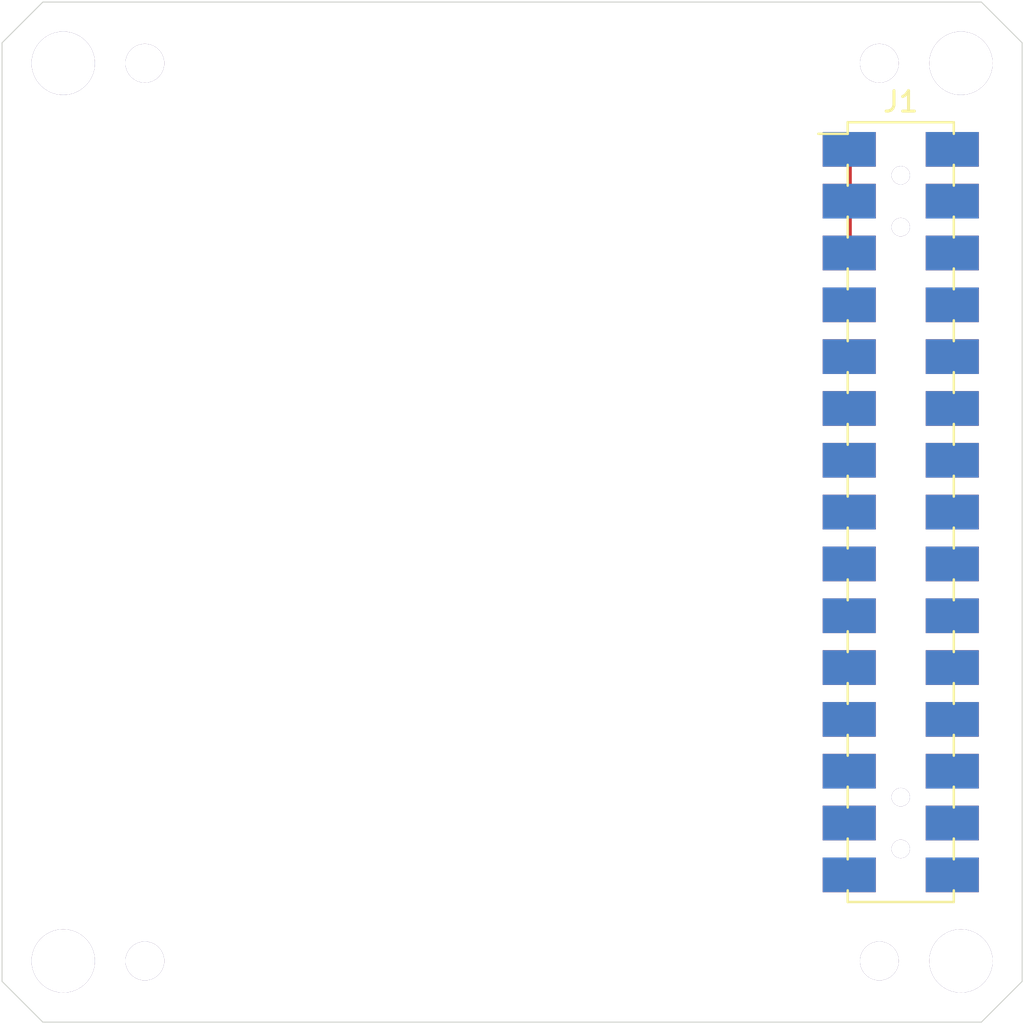
<source format=kicad_pcb>
(kicad_pcb (version 20171130) (host pcbnew "(5.1.6)-1")

  (general
    (thickness 1.6)
    (drawings 70)
    (tracks 2)
    (zones 0)
    (modules 13)
    (nets 29)
  )

  (page USLetter portrait)
  (layers
    (0 F.Cu signal)
    (31 B.Cu signal)
    (32 B.Adhes user hide)
    (33 F.Adhes user)
    (34 B.Paste user hide)
    (35 F.Paste user hide)
    (36 B.SilkS user hide)
    (37 F.SilkS user)
    (38 B.Mask user hide)
    (39 F.Mask user hide)
    (40 Dwgs.User user hide)
    (41 Cmts.User user hide)
    (42 Eco1.User user hide)
    (43 Eco2.User user hide)
    (44 Edge.Cuts user)
    (45 Margin user)
    (46 B.CrtYd user hide)
    (47 F.CrtYd user hide)
    (48 B.Fab user hide)
    (49 F.Fab user hide)
  )

  (setup
    (last_trace_width 0.25)
    (trace_clearance 0.127)
    (zone_clearance 0.0144)
    (zone_45_only no)
    (trace_min 0.254)
    (via_size 0.889)
    (via_drill 0.635)
    (via_min_size 0.889)
    (via_min_drill 0.508)
    (uvia_size 0.508)
    (uvia_drill 0.127)
    (uvias_allowed no)
    (uvia_min_size 0.508)
    (uvia_min_drill 0.127)
    (edge_width 0.1)
    (segment_width 0.2)
    (pcb_text_width 0.3)
    (pcb_text_size 1.5 1.5)
    (mod_edge_width 0.15)
    (mod_text_size 1 1)
    (mod_text_width 0.15)
    (pad_size 1.5 1.5)
    (pad_drill 0.6)
    (pad_to_mask_clearance 0.1)
    (aux_axis_origin 0 0)
    (visible_elements 7FFFFF7F)
    (pcbplotparams
      (layerselection 0x00030_ffffffff)
      (usegerberextensions false)
      (usegerberattributes true)
      (usegerberadvancedattributes true)
      (creategerberjobfile true)
      (excludeedgelayer true)
      (linewidth 0.100000)
      (plotframeref false)
      (viasonmask false)
      (mode 1)
      (useauxorigin false)
      (hpglpennumber 1)
      (hpglpenspeed 20)
      (hpglpendiameter 15.000000)
      (psnegative false)
      (psa4output false)
      (plotreference true)
      (plotvalue true)
      (plotinvisibletext false)
      (padsonsilk false)
      (subtractmaskfromsilk false)
      (outputformat 1)
      (mirror false)
      (drillshape 0)
      (scaleselection 1)
      (outputdirectory "GerberOutput/"))
  )

  (net 0 "")
  (net 1 GND)
  (net 2 "Net-(J1-Pad2)")
  (net 3 "Net-(J1-Pad4)")
  (net 4 "Net-(J1-Pad8)")
  (net 5 "Net-(J1-Pad7)")
  (net 6 "Net-(J1-Pad6)")
  (net 7 "Net-(J1-Pad14)")
  (net 8 "Net-(J1-Pad13)")
  (net 9 "Net-(J1-Pad16)")
  (net 10 "Net-(J1-Pad15)")
  (net 11 +3V3)
  (net 12 "Net-(J1-Pad11)")
  (net 13 "Net-(J1-Pad10)")
  (net 14 "Net-(J1-Pad9)")
  (net 15 "Net-(J1-Pad26)")
  (net 16 "Net-(J1-Pad25)")
  (net 17 "Net-(J1-Pad27)")
  (net 18 "Net-(J1-Pad22)")
  (net 19 "Net-(J1-Pad30)")
  (net 20 "Net-(J1-Pad21)")
  (net 21 "Net-(J1-Pad24)")
  (net 22 +5V)
  (net 23 "Net-(J1-Pad29)")
  (net 24 "Net-(J1-Pad23)")
  (net 25 "Net-(J1-Pad20)")
  (net 26 "Net-(J1-Pad19)")
  (net 27 "Net-(J1-Pad18)")
  (net 28 "Net-(J1-Pad17)")

  (net_class Default "This is the default net class."
    (clearance 0.127)
    (trace_width 0.25)
    (via_dia 0.889)
    (via_drill 0.635)
    (uvia_dia 0.508)
    (uvia_drill 0.127)
    (add_net +3V3)
    (add_net +5V)
    (add_net GND)
    (add_net "Net-(J1-Pad10)")
    (add_net "Net-(J1-Pad11)")
    (add_net "Net-(J1-Pad13)")
    (add_net "Net-(J1-Pad14)")
    (add_net "Net-(J1-Pad15)")
    (add_net "Net-(J1-Pad16)")
    (add_net "Net-(J1-Pad17)")
    (add_net "Net-(J1-Pad18)")
    (add_net "Net-(J1-Pad19)")
    (add_net "Net-(J1-Pad2)")
    (add_net "Net-(J1-Pad20)")
    (add_net "Net-(J1-Pad21)")
    (add_net "Net-(J1-Pad22)")
    (add_net "Net-(J1-Pad23)")
    (add_net "Net-(J1-Pad24)")
    (add_net "Net-(J1-Pad25)")
    (add_net "Net-(J1-Pad26)")
    (add_net "Net-(J1-Pad27)")
    (add_net "Net-(J1-Pad29)")
    (add_net "Net-(J1-Pad30)")
    (add_net "Net-(J1-Pad4)")
    (add_net "Net-(J1-Pad6)")
    (add_net "Net-(J1-Pad7)")
    (add_net "Net-(J1-Pad8)")
    (add_net "Net-(J1-Pad9)")
  )

  (module lib:M5Stack_PinHeader_2x15_P2.54mm (layer F.Cu) (tedit 60199C94) (tstamp 601A91C6)
    (at -1.948 -33.998)
    (descr "surface-mounted straight pin header, 2x15, 2.54mm pitch, double rows")
    (tags "Surface mounted pin header SMD 2x15 2.54mm double row")
    (path /60196CD0)
    (attr smd)
    (fp_text reference J1 (at 0 -20.11) (layer F.SilkS)
      (effects (font (size 1 1) (thickness 0.15)))
    )
    (fp_text value Conn_02x15_Odd_Even (at 0 20.11) (layer F.Fab)
      (effects (font (size 1 1) (thickness 0.15)))
    )
    (fp_line (start 5.9 -19.6) (end -5.9 -19.6) (layer F.CrtYd) (width 0.05))
    (fp_line (start 5.9 19.6) (end 5.9 -19.6) (layer F.CrtYd) (width 0.05))
    (fp_line (start -5.9 19.6) (end 5.9 19.6) (layer F.CrtYd) (width 0.05))
    (fp_line (start -5.9 -19.6) (end -5.9 19.6) (layer F.CrtYd) (width 0.05))
    (fp_line (start 2.6 16) (end 2.6 17.02) (layer F.SilkS) (width 0.12))
    (fp_line (start -2.6 16) (end -2.6 17.02) (layer F.SilkS) (width 0.12))
    (fp_line (start 2.6 13.46) (end 2.6 14.48) (layer F.SilkS) (width 0.12))
    (fp_line (start -2.6 13.46) (end -2.6 14.48) (layer F.SilkS) (width 0.12))
    (fp_line (start 2.6 10.92) (end 2.6 11.94) (layer F.SilkS) (width 0.12))
    (fp_line (start -2.6 10.92) (end -2.6 11.94) (layer F.SilkS) (width 0.12))
    (fp_line (start 2.6 8.38) (end 2.6 9.4) (layer F.SilkS) (width 0.12))
    (fp_line (start -2.6 8.38) (end -2.6 9.4) (layer F.SilkS) (width 0.12))
    (fp_line (start 2.6 5.84) (end 2.6 6.86) (layer F.SilkS) (width 0.12))
    (fp_line (start -2.6 5.84) (end -2.6 6.86) (layer F.SilkS) (width 0.12))
    (fp_line (start 2.6 3.3) (end 2.6 4.32) (layer F.SilkS) (width 0.12))
    (fp_line (start -2.6 3.3) (end -2.6 4.32) (layer F.SilkS) (width 0.12))
    (fp_line (start 2.6 0.76) (end 2.6 1.78) (layer F.SilkS) (width 0.12))
    (fp_line (start -2.6 0.76) (end -2.6 1.78) (layer F.SilkS) (width 0.12))
    (fp_line (start 2.6 -1.78) (end 2.6 -0.76) (layer F.SilkS) (width 0.12))
    (fp_line (start -2.6 -1.78) (end -2.6 -0.76) (layer F.SilkS) (width 0.12))
    (fp_line (start 2.6 -4.32) (end 2.6 -3.3) (layer F.SilkS) (width 0.12))
    (fp_line (start -2.6 -4.32) (end -2.6 -3.3) (layer F.SilkS) (width 0.12))
    (fp_line (start 2.6 -6.86) (end 2.6 -5.84) (layer F.SilkS) (width 0.12))
    (fp_line (start -2.6 -6.86) (end -2.6 -5.84) (layer F.SilkS) (width 0.12))
    (fp_line (start 2.6 -9.4) (end 2.6 -8.38) (layer F.SilkS) (width 0.12))
    (fp_line (start -2.6 -9.4) (end -2.6 -8.38) (layer F.SilkS) (width 0.12))
    (fp_line (start 2.6 -11.94) (end 2.6 -10.92) (layer F.SilkS) (width 0.12))
    (fp_line (start -2.6 -11.94) (end -2.6 -10.92) (layer F.SilkS) (width 0.12))
    (fp_line (start 2.6 -14.48) (end 2.6 -13.46) (layer F.SilkS) (width 0.12))
    (fp_line (start -2.6 -14.48) (end -2.6 -13.46) (layer F.SilkS) (width 0.12))
    (fp_line (start 2.6 -17.02) (end 2.6 -16) (layer F.SilkS) (width 0.12))
    (fp_line (start -2.6 -17.02) (end -2.6 -16) (layer F.SilkS) (width 0.12))
    (fp_line (start 2.6 18.54) (end 2.6 19.11) (layer F.SilkS) (width 0.12))
    (fp_line (start -2.6 18.54) (end -2.6 19.11) (layer F.SilkS) (width 0.12))
    (fp_line (start 2.6 -19.11) (end 2.6 -18.54) (layer F.SilkS) (width 0.12))
    (fp_line (start -2.6 -19.11) (end -2.6 -18.54) (layer F.SilkS) (width 0.12))
    (fp_line (start -4.04 -18.54) (end -2.6 -18.54) (layer F.SilkS) (width 0.12))
    (fp_line (start -2.6 19.11) (end 2.6 19.11) (layer F.SilkS) (width 0.12))
    (fp_line (start -2.6 -19.11) (end 2.6 -19.11) (layer F.SilkS) (width 0.12))
    (fp_line (start 3.6 18.1) (end 2.54 18.1) (layer F.Fab) (width 0.1))
    (fp_line (start 3.6 17.46) (end 3.6 18.1) (layer F.Fab) (width 0.1))
    (fp_line (start 2.54 17.46) (end 3.6 17.46) (layer F.Fab) (width 0.1))
    (fp_line (start -3.6 18.1) (end -2.54 18.1) (layer F.Fab) (width 0.1))
    (fp_line (start -3.6 17.46) (end -3.6 18.1) (layer F.Fab) (width 0.1))
    (fp_line (start -2.54 17.46) (end -3.6 17.46) (layer F.Fab) (width 0.1))
    (fp_line (start 3.6 15.56) (end 2.54 15.56) (layer F.Fab) (width 0.1))
    (fp_line (start 3.6 14.92) (end 3.6 15.56) (layer F.Fab) (width 0.1))
    (fp_line (start 2.54 14.92) (end 3.6 14.92) (layer F.Fab) (width 0.1))
    (fp_line (start -3.6 15.56) (end -2.54 15.56) (layer F.Fab) (width 0.1))
    (fp_line (start -3.6 14.92) (end -3.6 15.56) (layer F.Fab) (width 0.1))
    (fp_line (start -2.54 14.92) (end -3.6 14.92) (layer F.Fab) (width 0.1))
    (fp_line (start 3.6 13.02) (end 2.54 13.02) (layer F.Fab) (width 0.1))
    (fp_line (start 3.6 12.38) (end 3.6 13.02) (layer F.Fab) (width 0.1))
    (fp_line (start 2.54 12.38) (end 3.6 12.38) (layer F.Fab) (width 0.1))
    (fp_line (start -3.6 13.02) (end -2.54 13.02) (layer F.Fab) (width 0.1))
    (fp_line (start -3.6 12.38) (end -3.6 13.02) (layer F.Fab) (width 0.1))
    (fp_line (start -2.54 12.38) (end -3.6 12.38) (layer F.Fab) (width 0.1))
    (fp_line (start 3.6 10.48) (end 2.54 10.48) (layer F.Fab) (width 0.1))
    (fp_line (start 3.6 9.84) (end 3.6 10.48) (layer F.Fab) (width 0.1))
    (fp_line (start 2.54 9.84) (end 3.6 9.84) (layer F.Fab) (width 0.1))
    (fp_line (start -3.6 10.48) (end -2.54 10.48) (layer F.Fab) (width 0.1))
    (fp_line (start -3.6 9.84) (end -3.6 10.48) (layer F.Fab) (width 0.1))
    (fp_line (start -2.54 9.84) (end -3.6 9.84) (layer F.Fab) (width 0.1))
    (fp_line (start 3.6 7.94) (end 2.54 7.94) (layer F.Fab) (width 0.1))
    (fp_line (start 3.6 7.3) (end 3.6 7.94) (layer F.Fab) (width 0.1))
    (fp_line (start 2.54 7.3) (end 3.6 7.3) (layer F.Fab) (width 0.1))
    (fp_line (start -3.6 7.94) (end -2.54 7.94) (layer F.Fab) (width 0.1))
    (fp_line (start -3.6 7.3) (end -3.6 7.94) (layer F.Fab) (width 0.1))
    (fp_line (start -2.54 7.3) (end -3.6 7.3) (layer F.Fab) (width 0.1))
    (fp_line (start 3.6 5.4) (end 2.54 5.4) (layer F.Fab) (width 0.1))
    (fp_line (start 3.6 4.76) (end 3.6 5.4) (layer F.Fab) (width 0.1))
    (fp_line (start 2.54 4.76) (end 3.6 4.76) (layer F.Fab) (width 0.1))
    (fp_line (start -3.6 5.4) (end -2.54 5.4) (layer F.Fab) (width 0.1))
    (fp_line (start -3.6 4.76) (end -3.6 5.4) (layer F.Fab) (width 0.1))
    (fp_line (start -2.54 4.76) (end -3.6 4.76) (layer F.Fab) (width 0.1))
    (fp_line (start 3.6 2.86) (end 2.54 2.86) (layer F.Fab) (width 0.1))
    (fp_line (start 3.6 2.22) (end 3.6 2.86) (layer F.Fab) (width 0.1))
    (fp_line (start 2.54 2.22) (end 3.6 2.22) (layer F.Fab) (width 0.1))
    (fp_line (start -3.6 2.86) (end -2.54 2.86) (layer F.Fab) (width 0.1))
    (fp_line (start -3.6 2.22) (end -3.6 2.86) (layer F.Fab) (width 0.1))
    (fp_line (start -2.54 2.22) (end -3.6 2.22) (layer F.Fab) (width 0.1))
    (fp_line (start 3.6 0.32) (end 2.54 0.32) (layer F.Fab) (width 0.1))
    (fp_line (start 3.6 -0.32) (end 3.6 0.32) (layer F.Fab) (width 0.1))
    (fp_line (start 2.54 -0.32) (end 3.6 -0.32) (layer F.Fab) (width 0.1))
    (fp_line (start -3.6 0.32) (end -2.54 0.32) (layer F.Fab) (width 0.1))
    (fp_line (start -3.6 -0.32) (end -3.6 0.32) (layer F.Fab) (width 0.1))
    (fp_line (start -2.54 -0.32) (end -3.6 -0.32) (layer F.Fab) (width 0.1))
    (fp_line (start 3.6 -2.22) (end 2.54 -2.22) (layer F.Fab) (width 0.1))
    (fp_line (start 3.6 -2.86) (end 3.6 -2.22) (layer F.Fab) (width 0.1))
    (fp_line (start 2.54 -2.86) (end 3.6 -2.86) (layer F.Fab) (width 0.1))
    (fp_line (start -3.6 -2.22) (end -2.54 -2.22) (layer F.Fab) (width 0.1))
    (fp_line (start -3.6 -2.86) (end -3.6 -2.22) (layer F.Fab) (width 0.1))
    (fp_line (start -2.54 -2.86) (end -3.6 -2.86) (layer F.Fab) (width 0.1))
    (fp_line (start 3.6 -4.76) (end 2.54 -4.76) (layer F.Fab) (width 0.1))
    (fp_line (start 3.6 -5.4) (end 3.6 -4.76) (layer F.Fab) (width 0.1))
    (fp_line (start 2.54 -5.4) (end 3.6 -5.4) (layer F.Fab) (width 0.1))
    (fp_line (start -3.6 -4.76) (end -2.54 -4.76) (layer F.Fab) (width 0.1))
    (fp_line (start -3.6 -5.4) (end -3.6 -4.76) (layer F.Fab) (width 0.1))
    (fp_line (start -2.54 -5.4) (end -3.6 -5.4) (layer F.Fab) (width 0.1))
    (fp_line (start 3.6 -7.3) (end 2.54 -7.3) (layer F.Fab) (width 0.1))
    (fp_line (start 3.6 -7.94) (end 3.6 -7.3) (layer F.Fab) (width 0.1))
    (fp_line (start 2.54 -7.94) (end 3.6 -7.94) (layer F.Fab) (width 0.1))
    (fp_line (start -3.6 -7.3) (end -2.54 -7.3) (layer F.Fab) (width 0.1))
    (fp_line (start -3.6 -7.94) (end -3.6 -7.3) (layer F.Fab) (width 0.1))
    (fp_line (start -2.54 -7.94) (end -3.6 -7.94) (layer F.Fab) (width 0.1))
    (fp_line (start 3.6 -9.84) (end 2.54 -9.84) (layer F.Fab) (width 0.1))
    (fp_line (start 3.6 -10.48) (end 3.6 -9.84) (layer F.Fab) (width 0.1))
    (fp_line (start 2.54 -10.48) (end 3.6 -10.48) (layer F.Fab) (width 0.1))
    (fp_line (start -3.6 -9.84) (end -2.54 -9.84) (layer F.Fab) (width 0.1))
    (fp_line (start -3.6 -10.48) (end -3.6 -9.84) (layer F.Fab) (width 0.1))
    (fp_line (start -2.54 -10.48) (end -3.6 -10.48) (layer F.Fab) (width 0.1))
    (fp_line (start 3.6 -12.38) (end 2.54 -12.38) (layer F.Fab) (width 0.1))
    (fp_line (start 3.6 -13.02) (end 3.6 -12.38) (layer F.Fab) (width 0.1))
    (fp_line (start 2.54 -13.02) (end 3.6 -13.02) (layer F.Fab) (width 0.1))
    (fp_line (start -3.6 -12.38) (end -2.54 -12.38) (layer F.Fab) (width 0.1))
    (fp_line (start -3.6 -13.02) (end -3.6 -12.38) (layer F.Fab) (width 0.1))
    (fp_line (start -2.54 -13.02) (end -3.6 -13.02) (layer F.Fab) (width 0.1))
    (fp_line (start 3.6 -14.92) (end 2.54 -14.92) (layer F.Fab) (width 0.1))
    (fp_line (start 3.6 -15.56) (end 3.6 -14.92) (layer F.Fab) (width 0.1))
    (fp_line (start 2.54 -15.56) (end 3.6 -15.56) (layer F.Fab) (width 0.1))
    (fp_line (start -3.6 -14.92) (end -2.54 -14.92) (layer F.Fab) (width 0.1))
    (fp_line (start -3.6 -15.56) (end -3.6 -14.92) (layer F.Fab) (width 0.1))
    (fp_line (start -2.54 -15.56) (end -3.6 -15.56) (layer F.Fab) (width 0.1))
    (fp_line (start 3.6 -17.46) (end 2.54 -17.46) (layer F.Fab) (width 0.1))
    (fp_line (start 3.6 -18.1) (end 3.6 -17.46) (layer F.Fab) (width 0.1))
    (fp_line (start 2.54 -18.1) (end 3.6 -18.1) (layer F.Fab) (width 0.1))
    (fp_line (start -3.6 -17.46) (end -2.54 -17.46) (layer F.Fab) (width 0.1))
    (fp_line (start -3.6 -18.1) (end -3.6 -17.46) (layer F.Fab) (width 0.1))
    (fp_line (start -2.54 -18.1) (end -3.6 -18.1) (layer F.Fab) (width 0.1))
    (fp_line (start 2.54 -19.05) (end 2.54 19.05) (layer F.Fab) (width 0.1))
    (fp_line (start -2.54 -18.1) (end -1.59 -19.05) (layer F.Fab) (width 0.1))
    (fp_line (start -2.54 19.05) (end -2.54 -18.1) (layer F.Fab) (width 0.1))
    (fp_line (start -1.59 -19.05) (end 2.54 -19.05) (layer F.Fab) (width 0.1))
    (fp_line (start 2.54 19.05) (end -2.54 19.05) (layer F.Fab) (width 0.1))
    (pad 18 smd rect (at 2.525 2.54) (size 2.6 1.7) (layers F.Cu F.Paste F.Mask)
      (net 27 "Net-(J1-Pad18)"))
    (pad 17 smd rect (at -2.525 2.54) (size 2.6 1.7) (layers B.Cu B.Paste B.Mask)
      (net 28 "Net-(J1-Pad17)"))
    (pad 17 smd rect (at -2.525 2.54) (size 2.6 1.7) (layers F.Cu F.Paste F.Mask)
      (net 28 "Net-(J1-Pad17)"))
    (pad 18 smd rect (at 2.525 2.54) (size 2.6 1.7) (layers B.Cu B.Paste B.Mask)
      (net 27 "Net-(J1-Pad18)"))
    (pad 19 smd rect (at -2.525 5.08) (size 2.6 1.7) (layers F.Cu F.Paste F.Mask)
      (net 26 "Net-(J1-Pad19)"))
    (pad 19 smd rect (at -2.525 5.08) (size 2.6 1.7) (layers B.Cu B.Paste B.Mask)
      (net 26 "Net-(J1-Pad19)"))
    (pad 20 smd rect (at 2.525 5.08) (size 2.6 1.7) (layers F.Cu F.Paste F.Mask)
      (net 25 "Net-(J1-Pad20)"))
    (pad 20 smd rect (at 2.525 5.08) (size 2.6 1.7) (layers B.Cu B.Paste B.Mask)
      (net 25 "Net-(J1-Pad20)"))
    (pad 22 smd rect (at 2.525 7.62) (size 2.6 1.7) (layers B.Cu B.Paste B.Mask)
      (net 18 "Net-(J1-Pad22)"))
    (pad 21 smd rect (at -2.525 7.62) (size 2.6 1.7) (layers F.Cu F.Paste F.Mask)
      (net 20 "Net-(J1-Pad21)"))
    (pad 23 smd rect (at -2.525 10.16) (size 2.6 1.7) (layers B.Cu B.Paste B.Mask)
      (net 24 "Net-(J1-Pad23)"))
    (pad 29 smd rect (at -2.525 17.78) (size 2.6 1.7) (layers B.Cu B.Paste B.Mask)
      (net 23 "Net-(J1-Pad29)"))
    (pad 30 smd rect (at 2.525 17.78) (size 2.6 1.7) (layers B.Cu B.Paste B.Mask)
      (net 19 "Net-(J1-Pad30)"))
    (pad 24 smd rect (at 2.525 10.16) (size 2.6 1.7) (layers F.Cu F.Paste F.Mask)
      (net 21 "Net-(J1-Pad24)"))
    (pad 23 smd rect (at -2.525 10.16) (size 2.6 1.7) (layers F.Cu F.Paste F.Mask)
      (net 24 "Net-(J1-Pad23)"))
    (pad 29 smd rect (at -2.525 17.78) (size 2.6 1.7) (layers F.Cu F.Paste F.Mask)
      (net 23 "Net-(J1-Pad29)"))
    (pad 28 smd rect (at 2.525 15.24) (size 2.6 1.7) (layers B.Cu B.Paste B.Mask)
      (net 22 +5V))
    (pad 28 smd rect (at 2.525 15.24) (size 2.6 1.7) (layers F.Cu F.Paste F.Mask)
      (net 22 +5V))
    (pad 24 smd rect (at 2.525 10.16) (size 2.6 1.7) (layers B.Cu B.Paste B.Mask)
      (net 21 "Net-(J1-Pad24)"))
    (pad 21 smd rect (at -2.525 7.62) (size 2.6 1.7) (layers B.Cu B.Paste B.Mask)
      (net 20 "Net-(J1-Pad21)"))
    (pad 30 smd rect (at 2.525 17.78) (size 2.6 1.7) (layers F.Cu F.Paste F.Mask)
      (net 19 "Net-(J1-Pad30)"))
    (pad 27 smd rect (at -2.525 15.24) (size 2.6 1.7) (layers B.Cu B.Paste B.Mask)
      (net 17 "Net-(J1-Pad27)"))
    (pad 22 smd rect (at 2.525 7.62) (size 2.6 1.7) (layers F.Cu F.Paste F.Mask)
      (net 18 "Net-(J1-Pad22)"))
    (pad 25 smd rect (at -2.525 12.7) (size 2.6 1.7) (layers B.Cu B.Paste B.Mask)
      (net 16 "Net-(J1-Pad25)"))
    (pad 27 smd rect (at -2.525 15.24) (size 2.6 1.7) (layers F.Cu F.Paste F.Mask)
      (net 17 "Net-(J1-Pad27)"))
    (pad 26 smd rect (at 2.525 12.7) (size 2.6 1.7) (layers F.Cu F.Paste F.Mask)
      (net 15 "Net-(J1-Pad26)"))
    (pad 25 smd rect (at -2.525 12.7) (size 2.6 1.7) (layers F.Cu F.Paste F.Mask)
      (net 16 "Net-(J1-Pad25)"))
    (pad 26 smd rect (at 2.525 12.7) (size 2.6 1.7) (layers B.Cu B.Paste B.Mask)
      (net 15 "Net-(J1-Pad26)"))
    (pad 10 smd rect (at 2.525 -7.62) (size 2.6 1.7) (layers F.Cu F.Paste F.Mask)
      (net 13 "Net-(J1-Pad10)"))
    (pad 9 smd rect (at -2.525 -7.62) (size 2.6 1.7) (layers B.Cu B.Paste B.Mask)
      (net 14 "Net-(J1-Pad9)"))
    (pad 9 smd rect (at -2.525 -7.62) (size 2.6 1.7) (layers F.Cu F.Paste F.Mask)
      (net 14 "Net-(J1-Pad9)"))
    (pad 10 smd rect (at 2.525 -7.62) (size 2.6 1.7) (layers B.Cu B.Paste B.Mask)
      (net 13 "Net-(J1-Pad10)"))
    (pad 11 smd rect (at -2.525 -5.08) (size 2.6 1.7) (layers F.Cu F.Paste F.Mask)
      (net 12 "Net-(J1-Pad11)"))
    (pad 11 smd rect (at -2.525 -5.08) (size 2.6 1.7) (layers B.Cu B.Paste B.Mask)
      (net 12 "Net-(J1-Pad11)"))
    (pad 12 smd rect (at 2.525 -5.08) (size 2.6 1.7) (layers F.Cu F.Paste F.Mask)
      (net 11 +3V3))
    (pad 12 smd rect (at 2.525 -5.08) (size 2.6 1.7) (layers B.Cu B.Paste B.Mask)
      (net 11 +3V3))
    (pad 14 smd rect (at 2.525 -2.54) (size 2.6 1.7) (layers B.Cu B.Paste B.Mask)
      (net 7 "Net-(J1-Pad14)"))
    (pad 13 smd rect (at -2.525 -2.54) (size 2.6 1.7) (layers F.Cu F.Paste F.Mask)
      (net 8 "Net-(J1-Pad13)"))
    (pad 15 smd rect (at -2.525 0) (size 2.6 1.7) (layers B.Cu B.Paste B.Mask)
      (net 10 "Net-(J1-Pad15)"))
    (pad 16 smd rect (at 2.525 0) (size 2.6 1.7) (layers F.Cu F.Paste F.Mask)
      (net 9 "Net-(J1-Pad16)"))
    (pad 15 smd rect (at -2.525 0) (size 2.6 1.7) (layers F.Cu F.Paste F.Mask)
      (net 10 "Net-(J1-Pad15)"))
    (pad 16 smd rect (at 2.525 0) (size 2.6 1.7) (layers B.Cu B.Paste B.Mask)
      (net 9 "Net-(J1-Pad16)"))
    (pad 13 smd rect (at -2.525 -2.54) (size 2.6 1.7) (layers B.Cu B.Paste B.Mask)
      (net 8 "Net-(J1-Pad13)"))
    (pad 14 smd rect (at 2.525 -2.54) (size 2.6 1.7) (layers F.Cu F.Paste F.Mask)
      (net 7 "Net-(J1-Pad14)"))
    (pad 6 smd rect (at 2.525 -12.7) (size 2.6 1.7) (layers F.Cu F.Paste F.Mask)
      (net 6 "Net-(J1-Pad6)"))
    (pad 5 smd rect (at -2.525 -12.7) (size 2.6 1.7) (layers B.Cu B.Paste B.Mask)
      (net 1 GND))
    (pad 5 smd rect (at -2.525 -12.7) (size 2.6 1.7) (layers F.Cu F.Paste F.Mask)
      (net 1 GND))
    (pad 6 smd rect (at 2.525 -12.7) (size 2.6 1.7) (layers B.Cu B.Paste B.Mask)
      (net 6 "Net-(J1-Pad6)"))
    (pad 7 smd rect (at -2.525 -10.16) (size 2.6 1.7) (layers F.Cu F.Paste F.Mask)
      (net 5 "Net-(J1-Pad7)"))
    (pad 7 smd rect (at -2.525 -10.16) (size 2.6 1.7) (layers B.Cu B.Paste B.Mask)
      (net 5 "Net-(J1-Pad7)"))
    (pad 8 smd rect (at 2.525 -10.16) (size 2.6 1.7) (layers F.Cu F.Paste F.Mask)
      (net 4 "Net-(J1-Pad8)"))
    (pad 8 smd rect (at 2.525 -10.16) (size 2.6 1.7) (layers B.Cu B.Paste B.Mask)
      (net 4 "Net-(J1-Pad8)"))
    (pad 4 smd rect (at 2.525 -15.24) (size 2.6 1.7) (layers F.Cu F.Paste F.Mask)
      (net 3 "Net-(J1-Pad4)"))
    (pad 4 smd rect (at 2.525 -15.24) (size 2.6 1.7) (layers B.Cu B.Paste B.Mask)
      (net 3 "Net-(J1-Pad4)"))
    (pad 3 smd rect (at -2.525 -15.24) (size 2.6 1.7) (layers B.Cu B.Paste B.Mask)
      (net 1 GND))
    (pad 3 smd rect (at -2.525 -15.24) (size 2.6 1.7) (layers F.Cu F.Paste F.Mask)
      (net 1 GND))
    (pad 2 smd rect (at 2.525 -17.78) (size 2.6 1.7) (layers F.Cu F.Paste F.Mask)
      (net 2 "Net-(J1-Pad2)"))
    (pad 2 smd rect (at 2.525 -17.78) (size 2.6 1.7) (layers B.Cu B.Paste B.Mask)
      (net 2 "Net-(J1-Pad2)"))
    (pad 1 smd rect (at -2.525 -17.78) (size 2.6 1.7) (layers B.Cu B.Paste B.Mask)
      (net 1 GND))
    (pad 1 smd rect (at -2.525 -17.78) (size 2.6 1.7) (layers F.Cu F.Paste F.Mask)
      (net 1 GND))
    (model ${KISYS3DMOD}/Connector_PinHeader_2.54mm.3dshapes/PinHeader_2x15_P2.54mm_Vertical_SMD.wrl
      (at (xyz 0 0 0))
      (scale (xyz 1 1 1))
      (rotate (xyz 0 0 0))
    )
  )

  (module FreePad26 (layer F.Cu) (tedit 0) (tstamp 0)
    (at -1.948 -17.488)
    (fp_text reference "" (at 0 0) (layer F.SilkS)
      (effects (font (size 1.27 1.27) (thickness 0.15)))
    )
    (fp_text value "" (at 0 0) (layer F.SilkS)
      (effects (font (size 1.27 1.27) (thickness 0.15)))
    )
    (pad 0 thru_hole circle (at 0 0 180) (size 0.9 0.9) (drill 0.9) (layers *.Cu *.Mask)
      (solder_mask_margin 0.102) (zone_connect 1))
  )

  (module FreePad27 (layer F.Cu) (tedit 0) (tstamp 0)
    (at -1.948 -20.028)
    (fp_text reference "" (at 0 0) (layer F.SilkS)
      (effects (font (size 1.27 1.27) (thickness 0.15)))
    )
    (fp_text value "" (at 0 0) (layer F.SilkS)
      (effects (font (size 1.27 1.27) (thickness 0.15)))
    )
    (pad 0 thru_hole circle (at 0 0 180) (size 0.9 0.9) (drill 0.9) (layers *.Cu *.Mask)
      (solder_mask_margin 0.102) (zone_connect 1))
  )

  (module FreePad28 (layer F.Cu) (tedit 0) (tstamp 60242A9A)
    (at -42.998 -55.998)
    (fp_text reference "" (at 0 0) (layer F.SilkS)
      (effects (font (size 1.27 1.27) (thickness 0.15)))
    )
    (fp_text value "" (at 0 0) (layer F.SilkS)
      (effects (font (size 1.27 1.27) (thickness 0.15)))
    )
    (pad 0 thru_hole circle (at 0 0 180) (size 3.1 3.1) (drill 3.1) (layers *.Cu *.Mask)
      (solder_mask_margin 0.102) (zone_connect 1))
  )

  (module FreePad29 (layer F.Cu) (tedit 0) (tstamp 0)
    (at -38.998 -55.998)
    (fp_text reference "" (at 0 0) (layer F.SilkS)
      (effects (font (size 1.27 1.27) (thickness 0.15)))
    )
    (fp_text value "" (at 0 0) (layer F.SilkS)
      (effects (font (size 1.27 1.27) (thickness 0.15)))
    )
    (pad 0 thru_hole circle (at 0 0 180) (size 1.9 1.9) (drill 1.9) (layers *.Cu *.Mask)
      (solder_mask_margin 0.102) (zone_connect 1))
  )

  (module FreePad30 (layer F.Cu) (tedit 0) (tstamp 601A8E92)
    (at 1.002 -55.998)
    (fp_text reference "" (at 0 0) (layer F.SilkS)
      (effects (font (size 1.27 1.27) (thickness 0.15)))
    )
    (fp_text value "" (at 0 0) (layer F.SilkS)
      (effects (font (size 1.27 1.27) (thickness 0.15)))
    )
    (pad 0 thru_hole circle (at 0 0) (size 3.1 3.1) (drill 3.1) (layers *.Cu *.Mask)
      (solder_mask_margin 0.102) (zone_connect 1))
  )

  (module FreePad31 (layer F.Cu) (tedit 0) (tstamp 0)
    (at -2.998 -55.998)
    (fp_text reference "" (at 0 0) (layer F.SilkS)
      (effects (font (size 1.27 1.27) (thickness 0.15)))
    )
    (fp_text value "" (at 0 0) (layer F.SilkS)
      (effects (font (size 1.27 1.27) (thickness 0.15)))
    )
    (pad 0 thru_hole circle (at 0 0) (size 1.9 1.9) (drill 1.9) (layers *.Cu *.Mask)
      (solder_mask_margin 0.102) (zone_connect 1))
  )

  (module FreePad32 (layer F.Cu) (tedit 0) (tstamp 0)
    (at 1.002 -11.998)
    (fp_text reference "" (at 0 0) (layer F.SilkS)
      (effects (font (size 1.27 1.27) (thickness 0.15)))
    )
    (fp_text value "" (at 0 0) (layer F.SilkS)
      (effects (font (size 1.27 1.27) (thickness 0.15)))
    )
    (pad 0 thru_hole circle (at 0 0) (size 3.1 3.1) (drill 3.1) (layers *.Cu *.Mask)
      (solder_mask_margin 0.102) (zone_connect 1))
  )

  (module FreePad33 (layer F.Cu) (tedit 0) (tstamp 0)
    (at -2.998 -11.998)
    (fp_text reference "" (at 0 0) (layer F.SilkS)
      (effects (font (size 1.27 1.27) (thickness 0.15)))
    )
    (fp_text value "" (at 0 0) (layer F.SilkS)
      (effects (font (size 1.27 1.27) (thickness 0.15)))
    )
    (pad 0 thru_hole circle (at 0 0) (size 1.9 1.9) (drill 1.9) (layers *.Cu *.Mask)
      (solder_mask_margin 0.102) (zone_connect 1))
  )

  (module FreePad34 (layer F.Cu) (tedit 0) (tstamp 0)
    (at -38.998 -11.998)
    (fp_text reference "" (at 0 0) (layer F.SilkS)
      (effects (font (size 1.27 1.27) (thickness 0.15)))
    )
    (fp_text value "" (at 0 0) (layer F.SilkS)
      (effects (font (size 1.27 1.27) (thickness 0.15)))
    )
    (pad 0 thru_hole circle (at 0 0 180) (size 1.9 1.9) (drill 1.9) (layers *.Cu *.Mask)
      (solder_mask_margin 0.102) (zone_connect 1))
  )

  (module FreePad35 (layer F.Cu) (tedit 0) (tstamp 0)
    (at -42.998 -11.998)
    (fp_text reference "" (at 0 0) (layer F.SilkS)
      (effects (font (size 1.27 1.27) (thickness 0.15)))
    )
    (fp_text value "" (at 0 0) (layer F.SilkS)
      (effects (font (size 1.27 1.27) (thickness 0.15)))
    )
    (pad 0 thru_hole circle (at 0 0 180) (size 3.1 3.1) (drill 3.1) (layers *.Cu *.Mask)
      (solder_mask_margin 0.102) (zone_connect 1))
  )

  (module FreePad37 (layer F.Cu) (tedit 0) (tstamp 0)
    (at -1.948 -47.968)
    (fp_text reference "" (at 0 0) (layer F.SilkS)
      (effects (font (size 1.27 1.27) (thickness 0.15)))
    )
    (fp_text value "" (at 0 0) (layer F.SilkS)
      (effects (font (size 1.27 1.27) (thickness 0.15)))
    )
    (pad 0 thru_hole circle (at 0 0 180) (size 0.9 0.9) (drill 0.9) (layers *.Cu *.Mask)
      (solder_mask_margin 0.102) (zone_connect 1))
  )

  (module FreePad38 (layer F.Cu) (tedit 0) (tstamp 0)
    (at -1.948 -50.508)
    (fp_text reference "" (at 0 0) (layer F.SilkS)
      (effects (font (size 1.27 1.27) (thickness 0.15)))
    )
    (fp_text value "" (at 0 0) (layer F.SilkS)
      (effects (font (size 1.27 1.27) (thickness 0.15)))
    )
    (pad 0 thru_hole circle (at 0 0 180) (size 0.9 0.9) (drill 0.9) (layers *.Cu *.Mask)
      (solder_mask_margin 0.102) (zone_connect 1))
  )

  (gr_text 3 (at 66.502 40.039) (layer B.SilkS)
    (effects (font (size 0.805505 0.811607) (thickness 0.161101)) (justify left mirror))
  )
  (gr_text 16 (at 66.502 42.579) (layer B.SilkS)
    (effects (font (size 0.805505 0.811607) (thickness 0.161101)) (justify left mirror))
  )
  (gr_text 18 (at 66.502 37.499) (layer B.SilkS)
    (effects (font (size 0.805505 0.811607) (thickness 0.161101)) (justify left mirror))
  )
  (gr_text 23 (at 66.502 32.419) (layer B.SilkS)
    (effects (font (size 0.805505 0.811607) (thickness 0.161101)) (justify left mirror))
  )
  (gr_text 19 (at 66.502 34.959) (layer B.SilkS)
    (effects (font (size 0.805505 0.811607) (thickness 0.161101)) (justify left mirror))
  )
  (gr_poly (pts (xy 65.002 33.487) (xy 65.002 32.887) (xy 66.202 32.887) (xy 66.202 33.487)) (layer B.SilkS) (width 0))
  (gr_poly (pts (xy 65.002 36.027) (xy 65.002 35.427) (xy 66.202 35.427) (xy 66.202 36.027)) (layer B.SilkS) (width 0))
  (gr_text 12 (at 66.502 50.199) (layer B.SilkS)
    (effects (font (size 0.805505 0.811607) (thickness 0.161101)) (justify left mirror))
  )
  (gr_text 21 (at 66.502 45.119) (layer B.SilkS)
    (effects (font (size 0.805505 0.811607) (thickness 0.161101)) (justify left mirror))
  )
  (gr_text 2 (at 66.502 47.659) (layer B.SilkS)
    (effects (font (size 0.805505 0.811607) (thickness 0.161101)) (justify left mirror))
  )
  (gr_text 15 (at 66.502 52.739) (layer B.SilkS)
    (effects (font (size 0.805505 0.811607) (thickness 0.161101)) (justify left mirror))
  )
  (gr_poly (pts (xy 65.002 51.267) (xy 65.002 50.667) (xy 66.202 50.667) (xy 66.202 51.267)) (layer B.SilkS) (width 0))
  (gr_line (start -4.498 -58.998) (end 2.002 -58.998) (layer Margin) (width 0.2))
  (gr_line (start 2.002 -58.998) (end 4.002 -56.998) (layer Edge.Cuts) (width 0.05))
  (gr_line (start 4.002 -56.998) (end 4.002 -10.998) (layer Edge.Cuts) (width 0.05))
  (gr_line (start 4.002 -10.998) (end 2.002 -8.998) (layer Edge.Cuts) (width 0.05))
  (gr_line (start 2.002 -8.998) (end -43.998 -8.998) (layer Edge.Cuts) (width 0.05))
  (gr_line (start -43.998 -8.998) (end -45.998 -10.998) (layer Edge.Cuts) (width 0.05))
  (gr_line (start -45.998 -10.998) (end -45.998 -56.998) (layer Edge.Cuts) (width 0.05))
  (gr_line (start -45.998 -56.998) (end -43.998 -58.998) (layer Edge.Cuts) (width 0.05))
  (gr_line (start -43.998 -58.998) (end 2.002 -58.998) (layer Edge.Cuts) (width 0.05))
  (gr_line (start -39.198 -8.998) (end -28.798 -8.998) (layer Margin) (width 0.2))
  (gr_line (start -45.998 -56.998) (end -43.998 -58.998) (layer Margin) (width 0.2))
  (gr_line (start 2.002 -58.998) (end 4.002 -56.998) (layer Margin) (width 0.2))
  (gr_line (start 2.002 -8.998) (end 4.002 -10.998) (layer Margin) (width 0.2))
  (gr_line (start 4.002 -10.998) (end 4.002 -56.998) (layer Margin) (width 0.2))
  (gr_line (start -45.998 -52.198) (end -45.998 -56.998) (layer Margin) (width 0.2))
  (gr_line (start -43.998 -8.998) (end 2.002 -8.998) (layer Margin) (width 0.2))
  (gr_line (start -45.998 -10.998) (end -45.998 -52.198) (layer Margin) (width 0.2))
  (gr_line (start -45.998 -10.998) (end -43.998 -8.998) (layer Margin) (width 0.2))
  (gr_line (start -8.998 -56.498) (end -4.998 -56.498) (layer Margin) (width 0.2))
  (gr_line (start -4.998 -56.498) (end -4.998 -58.498) (layer Margin) (width 0.2))
  (gr_line (start -4.998 -58.498) (end -4.498 -58.998) (layer Margin) (width 0.2))
  (gr_line (start -8.998 -56.498) (end -8.998 -58.498) (layer Margin) (width 0.2))
  (gr_line (start -9.498 -58.998) (end -8.998 -58.498) (layer Margin) (width 0.2))
  (gr_line (start -43.998 -58.998) (end -9.498 -58.998) (layer Margin) (width 0.2))
  (gr_arc (start -22 -22) (end -20.45 -22) (angle -360) (layer Dwgs.User) (width 0.2))
  (gr_arc (start 22 -22) (end 23.55 -22) (angle -360) (layer Dwgs.User) (width 0.2))
  (gr_arc (start -22 22) (end -20.45 22) (angle -360) (layer Dwgs.User) (width 0.2))
  (gr_arc (start 22 22) (end 23.55 22) (angle -360) (layer Dwgs.User) (width 0.2))
  (gr_text U2 (at 62.102 42.729) (layer B.SilkS)
    (effects (font (size 0.626504 0.63125) (thickness 0.125301)) (justify left mirror))
  )
  (gr_text ADC (at 54.5 27.777 270) (layer B.SilkS)
    (effects (font (size 0.895006 0.901786) (thickness 0.179001)) (justify left mirror))
  )
  (gr_text DAC (at 54.5 35.427 270) (layer B.SilkS)
    (effects (font (size 0.895006 0.901786) (thickness 0.179001)) (justify left mirror))
  )
  (gr_text I2S (at 60.655 53.552 270) (layer B.SilkS)
    (effects (font (size 0.805505 0.811607) (thickness 0.161101)) (justify left mirror))
  )
  (gr_text GP (at 62.102 47.719) (layer B.SilkS)
    (effects (font (size 0.805505 0.811607) (thickness 0.161101)) (justify left mirror))
  )
  (gr_text U0 (at 62.102 40.189) (layer B.SilkS)
    (effects (font (size 0.626504 0.63125) (thickness 0.125301)) (justify left mirror))
  )
  (gr_text 35 (at 57.402 24.819) (layer B.SilkS)
    (effects (font (size 0.805505 0.811607) (thickness 0.161101)) (justify left mirror))
  )
  (gr_text 36 (at 57.402 27.359) (layer B.SilkS)
    (effects (font (size 0.805505 0.811607) (thickness 0.161101)) (justify left mirror))
  )
  (gr_text EN (at 57.402 29.899) (layer B.SilkS)
    (effects (font (size 0.805505 0.811607) (thickness 0.161101)) (justify left mirror))
  )
  (gr_text 25 (at 57.402 32.439) (layer B.SilkS)
    (effects (font (size 0.805505 0.811607) (thickness 0.161101)) (justify left mirror))
  )
  (gr_text GND (at 65.35 30.202 270) (layer B.SilkS)
    (effects (font (size 0.895006 0.901786) (thickness 0.179001)) (justify left mirror))
  )
  (gr_text HPWR (at 65.35 60.602 270) (layer B.SilkS)
    (effects (font (size 0.895006 0.901786) (thickness 0.179001)) (justify left mirror))
  )
  (gr_text 34 (at 57.402 55.299) (layer B.SilkS)
    (effects (font (size 0.805505 0.811607) (thickness 0.161101)) (justify left mirror))
  )
  (gr_text 0 (at 57.402 52.759) (layer B.SilkS)
    (effects (font (size 0.805505 0.811607) (thickness 0.161101)) (justify left mirror))
  )
  (gr_text 13 (at 57.402 50.219) (layer B.SilkS)
    (effects (font (size 0.805505 0.811607) (thickness 0.161101)) (justify left mirror))
  )
  (gr_text 5 (at 57.452 47.599) (layer B.SilkS)
    (effects (font (size 0.805505 0.811607) (thickness 0.161101)) (justify left mirror))
  )
  (gr_text 22/K (at 57.402 45.139) (layer B.SilkS)
    (effects (font (size 0.805505 0.811607) (thickness 0.161101)) (justify left mirror))
  )
  (gr_text 17/T (at 57.402 42.599) (layer B.SilkS)
    (effects (font (size 0.805505 0.811607) (thickness 0.161101)) (justify left mirror))
  )
  (gr_text 1/T (at 57.402 40.059) (layer B.SilkS)
    (effects (font (size 0.805505 0.811607) (thickness 0.161101)) (justify left mirror))
  )
  (gr_text 3V3 (at 57.402 37.519) (layer B.SilkS)
    (effects (font (size 0.805505 0.811607) (thickness 0.161101)) (justify left mirror))
  )
  (gr_text 26 (at 57.402 34.979) (layer B.SilkS)
    (effects (font (size 0.805505 0.811607) (thickness 0.161101)) (justify left mirror))
  )
  (gr_text 5V (at 57.402 57.839) (layer B.SilkS)
    (effects (font (size 0.805505 0.811607) (thickness 0.161101)) (justify left mirror))
  )
  (gr_text BAT (at 57.402 60.379) (layer B.SilkS)
    (effects (font (size 0.805505 0.811607) (thickness 0.161101)) (justify left mirror))
  )
  (gr_text I2C (at 60.655 45.952 270) (layer B.SilkS)
    (effects (font (size 0.805505 0.811607) (thickness 0.161101)) (justify left mirror))
  )
  (gr_text MO (at 60.98 33.262 270) (layer B.SilkS)
    (effects (font (size 0.805505 0.811607) (thickness 0.161101)) (justify left mirror))
  )
  (gr_text MI (at 60.98 35.762 270) (layer B.SilkS)
    (effects (font (size 0.805505 0.811607) (thickness 0.161101)) (justify left mirror))
  )
  (gr_text SCK (at 60.98 38.402 270) (layer B.SilkS)
    (effects (font (size 0.805505 0.811607) (thickness 0.161101)) (justify left mirror))
  )
  (gr_poly (pts (xy 56.102 53.827) (xy 56.102 53.227) (xy 57.302 53.227) (xy 57.302 53.827)) (layer B.SilkS) (width 0))
  (gr_poly (pts (xy 56.102 51.267) (xy 56.102 50.667) (xy 57.302 50.667) (xy 57.302 51.267)) (layer B.SilkS) (width 0))
  (gr_poly (pts (xy 60.202 55.752) (xy 60.202 52.652) (xy 61.127 52.652) (xy 61.127 55.752)) (layer B.SilkS) (width 0))

  (segment (start -4.473 -51.778) (end -4.473 -49.238) (width 0.25) (layer F.Cu) (net 1))
  (segment (start -4.473 -49.238) (end -4.473 -46.698) (width 0.25) (layer F.Cu) (net 1))

)

</source>
